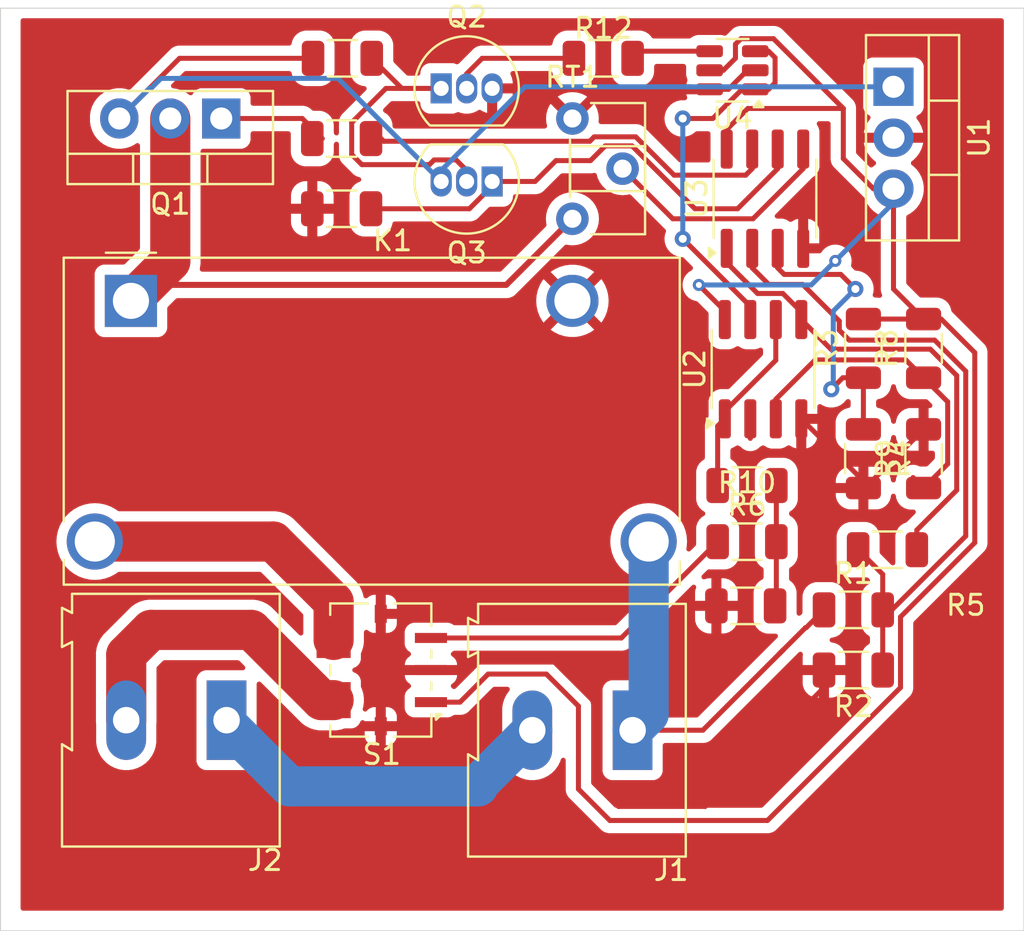
<source format=kicad_pcb>
(kicad_pcb (version 20240108) (generator "pcbnew") (generator_version "8.0")
  (title_block (title "Template") (date "2022-04-19") (rev "V0") (company "E-Agle TRT"))
  (layers (0 "F.Cu" signal) (31 "B.Cu" signal) (34 "B.Paste" user) (35 "F.Paste" user) (36 "B.SilkS" user "B.Silkscreen") (37 "F.SilkS" user "F.Silkscreen") (38 "B.Mask" user) (39 "F.Mask" user) (44 "Edge.Cuts" user))
  (net 0 "")
  (net 1 "relé_bobina")
  (net 2 "GND")
  (net 3 "+5V")
  (net 4 "VMonitor")
  (net 5 "Net-(U2B-+)")
  (net 6 "VoSensore")
  (net 7 "Net-(U2A--)")
  (net 8 "Net-(U2A-+)")
  (net 9 "Net-(U2B--)")
  (net 10 "Net-(Q1-G)")
  (net 11 "Net-(Q2-B)")
  (net 12 "Net-(Q2-C)")
  (net 13 "Net-(Q3-C)")
  (net 14 "Shutdown")
  (net 15 "Net-(R14-Pad2)")
  (net 16 "Net-(S1-IP+)")
  (net 17 "Net-(U3A--)")
  (net 18 "Net-(U3A-+)")
  (net 19 "Net-(U3B-+)")
  (net 20 "Net-(U4-D)")
  (net 21 "Load")
  (net 22 "Power")
  (net 23 "Net-(J1-Pin_2)")
  (footprint "Resistor_SMD:R_1206_3216Metric" (layer "F.Cu") (at 169.2 81.6)
    (property "Reference" "R6" (at 0 -1.82 360) (layer "F.SilkS"))
    (property "Value" "R_US")
    (fp_line (start -0.727064 -0.91) (end 0.727064 -0.91) (stroke (width 0.12)) (layer "F.SilkS"))
    (fp_line (start -0.727064 0.91) (end 0.727064 0.91) (stroke (width 0.12)) (layer "F.SilkS"))
    (pad "1" smd roundrect (at -1.4625 0) (size 1.125 1.75) (layers "F.Cu" "F.Paste" "F.Mask") (roundrect_rratio 0.222222) (net 6 "VoSensore"))
    (pad "2" smd roundrect (at 1.4625 0) (size 1.125 1.75) (layers "F.Cu" "F.Paste" "F.Mask") (roundrect_rratio 0.222222) (net 7 "Net-(U2A--)"))
  )
  (footprint "Package_TO_SOT_THT:TO-92_Inline" (layer "F.Cu") (at 156.5 63.64 180)
    (property "Reference" "Q3" (at 1.27 -3.56 0) (layer "F.SilkS"))
    (property "Value" "BC327" (hide yes))
    (fp_line (start -0.53 1.85) (end 3.07 1.85) (stroke (width 0.12)) (layer "F.SilkS"))
    (fp_arc (start 1.27 -2.6) (mid 3.672087 -0.994977) (end 3.108478 1.838478) (stroke (width 0.12)) (layer "F.SilkS"))
    (fp_arc (start -0.568478 1.838478) (mid -1.132087 -0.994977) (end 1.27 -2.6) (stroke (width 0.12)) (layer "F.SilkS"))
    (pad "1" thru_hole rect (at 0 0 180) (size 1.05 1.5) (drill 0.75) (layers "*.Cu" "*.Mask") (net 13 "Net-(Q3-C)"))
    (pad "2" thru_hole oval (at 1.27 0 180) (size 1.05 1.5) (drill 0.75) (layers "*.Cu" "*.Mask") (net 12 "Net-(Q2-C)"))
    (pad "3" thru_hole oval (at 2.54 0 180) (size 1.05 1.5) (drill 0.75) (layers "*.Cu" "*.Mask") (net 4 "VMonitor"))
  )
  (footprint "Resistor_SMD:R_1206_3216Metric" (layer "F.Cu") (at 169.2 78.8 180)
    (property "Reference" "R10" (at 0 0.1425 360) (layer "F.SilkS"))
    (property "Value" "R_US")
    (fp_line (start -0.727064 0.91) (end 0.727064 0.91) (stroke (width 0.12)) (layer "F.SilkS"))
    (fp_line (start -0.727064 -0.91) (end 0.727064 -0.91) (stroke (width 0.12)) (layer "F.SilkS"))
    (pad "1" smd roundrect (at -1.4625 0 180) (size 1.125 1.75) (layers "F.Cu" "F.Paste" "F.Mask") (roundrect_rratio 0.222222) (net 7 "Net-(U2A--)"))
    (pad "2" smd roundrect (at 1.4625 0 180) (size 1.125 1.75) (layers "F.Cu" "F.Paste" "F.Mask") (roundrect_rratio 0.222222) (net 9 "Net-(U2B--)"))
  )
  (footprint "Resistor_SMD:R_1206_3216Metric" (layer "F.Cu") (at 175 71.9625 90)
    (property "Reference" "R3" (at 0 -1.82 90) (layer "F.SilkS"))
    (property "Value" "R_US")
    (fp_line (start -0.727064 -0.91) (end 0.727064 -0.91) (stroke (width 0.12)) (layer "F.SilkS"))
    (fp_line (start -0.727064 0.91) (end 0.727064 0.91) (stroke (width 0.12)) (layer "F.SilkS"))
    (pad "1" smd roundrect (at -1.4625 0 90) (size 1.125 1.75) (layers "F.Cu" "F.Paste" "F.Mask") (roundrect_rratio 0.222222) (net 18 "Net-(U3A-+)"))
    (pad "2" smd roundrect (at 1.4625 0 90) (size 1.125 1.75) (layers "F.Cu" "F.Paste" "F.Mask") (roundrect_rratio 0.222222) (net 3 "+5V"))
  )
  (footprint "Relay_THT:Relay_SPST_Panasonic_ALFG_FormA_CircularHoles" (layer "F.Cu") (at 138.5 69.5925)
    (property "Reference" "K1" (at 13.0375 -3 0) (layer "F.SilkS"))
    (property "Value" "Panasonic_ALFG2PF091")
    (fp_line (start -3.35 -2.15) (end -3.35 11) (stroke (width 0.12)) (layer "F.SilkS"))
    (fp_line (start -3.35 14.15) (end -3.35 12.9) (stroke (width 0.12)) (layer "F.SilkS"))
    (fp_line (start -3.35 14.15) (end 27.35 14.15) (stroke (width 0.12)) (layer "F.SilkS"))
    (fp_line (start -1.25 -2.4) (end 1.25 -2.4) (stroke (width 0.12)) (layer "F.SilkS"))
    (fp_line (start 27.35 -2.15) (end -3.35 -2.15) (stroke (width 0.12)) (layer "F.SilkS"))
    (fp_line (start 27.35 11) (end 27.35 -2.15) (stroke (width 0.12)) (layer "F.SilkS"))
    (fp_line (start 27.35 14.15) (end 27.35 13) (stroke (width 0.12)) (layer "F.SilkS"))
    (pad "11" thru_hole circle (at -1.8 12) (size 2.8 2.8) (drill 2) (layers "*.Cu" "*.Mask") (net 16 "Net-(S1-IP+)"))
    (pad "14" thru_hole circle (at 25.8 12) (size 2.8 2.8) (drill 2) (layers "*.Cu" "*.Mask") (net 22 "Power"))
    (pad "A1" thru_hole rect (at 0 0) (size 2.6 2.6) (drill 1.8) (layers "*.Cu" "*.Mask") (net 1 "relé_bobina"))
    (pad "A2" thru_hole circle (at 22 0) (size 2.6 2.6) (drill 1.8) (layers "*.Cu" "*.Mask") (net 2 "GND"))
  )
  (footprint "Resistor_SMD:R_1206_3216Metric" (layer "F.Cu") (at 174.5 88 180)
    (property "Reference" "R2" (at 0 -1.82 0) (layer "F.SilkS"))
    (property "Value" "R_US")
    (fp_line (start -0.727064 0.91) (end 0.727064 0.91) (stroke (width 0.12)) (layer "F.SilkS"))
    (fp_line (start -0.727064 -0.91) (end 0.727064 -0.91) (stroke (width 0.12)) (layer "F.SilkS"))
    (pad "1" smd roundrect (at -1.4625 0 180) (size 1.125 1.75) (layers "F.Cu" "F.Paste" "F.Mask") (roundrect_rratio 0.222222) (net 17 "Net-(U3A--)"))
    (pad "2" smd roundrect (at 1.4625 0 180) (size 1.125 1.75) (layers "F.Cu" "F.Paste" "F.Mask") (roundrect_rratio 0.222222) (net 2 "GND"))
  )
  (footprint "Package_TO_SOT_THT:TO-220-3_Vertical" (layer "F.Cu") (at 143 60.5 180)
    (property "Reference" "Q1" (at 2.54 -4.27 0) (layer "F.SilkS"))
    (property "Value" "IRF9540N")
    (fp_line (start 7.66 -3.27) (end 7.66 1.371) (stroke (width 0.12)) (layer "F.SilkS"))
    (fp_line (start 4.391 -3.27) (end 4.391 -1.76) (stroke (width 0.12)) (layer "F.SilkS"))
    (fp_line (start 0.69 -3.27) (end 0.69 -1.76) (stroke (width 0.12)) (layer "F.SilkS"))
    (fp_line (start -2.58 1.371) (end 7.66 1.371) (stroke (width 0.12)) (layer "F.SilkS"))
    (fp_line (start -2.58 -1.76) (end 7.66 -1.76) (stroke (width 0.12)) (layer "F.SilkS"))
    (fp_line (start -2.58 -3.27) (end 7.66 -3.27) (stroke (width 0.12)) (layer "F.SilkS"))
    (fp_line (start -2.58 -3.27) (end -2.58 1.371) (stroke (width 0.12)) (layer "F.SilkS"))
    (pad "1" thru_hole rect (at 0 0 180) (size 1.905 2) (drill 1.1) (layers "*.Cu" "*.Mask") (net 10 "Net-(Q1-G)"))
    (pad "2" thru_hole oval (at 2.54 0 180) (size 1.905 2) (drill 1.1) (layers "*.Cu" "*.Mask") (net 1 "relé_bobina"))
    (pad "3" thru_hole oval (at 5.08 0 180) (size 1.905 2) (drill 1.1) (layers "*.Cu" "*.Mask") (net 4 "VMonitor"))
  )
  (footprint "Resistor_SMD:R_1206_3216Metric" (layer "F.Cu") (at 175 77.4625 -90)
    (property "Reference" "R4" (at 0 -1.82 90) (layer "F.SilkS"))
    (property "Value" "R_US")
    (fp_line (start -0.727064 0.91) (end 0.727064 0.91) (stroke (width 0.12)) (layer "F.SilkS"))
    (fp_line (start -0.727064 -0.91) (end 0.727064 -0.91) (stroke (width 0.12)) (layer "F.SilkS"))
    (pad "1" smd roundrect (at -1.4625 0 270) (size 1.125 1.75) (layers "F.Cu" "F.Paste" "F.Mask") (roundrect_rratio 0.222222) (net 18 "Net-(U3A-+)"))
    (pad "2" smd roundrect (at 1.4625 0 270) (size 1.125 1.75) (layers "F.Cu" "F.Paste" "F.Mask") (roundrect_rratio 0.222222) (net 2 "GND"))
  )
  (footprint "Resistor_SMD:R_1206_3216Metric" (layer "F.Cu") (at 149 65 180)
    (property "Reference" "R13" (hide yes))
    (property "Value" "10k" (hide yes))
    (fp_line (start -0.727064 0.91) (end 0.727064 0.91) (stroke (width 0.12)) (layer "F.SilkS"))
    (fp_line (start -0.727064 -0.91) (end 0.727064 -0.91) (stroke (width 0.12)) (layer "F.SilkS"))
    (pad "1" smd roundrect (at -1.4625 0 180) (size 1.125 1.75) (layers "F.Cu" "F.Paste" "F.Mask") (roundrect_rratio 0.222222) (net 13 "Net-(Q3-C)"))
    (pad "2" smd roundrect (at 1.4625 0 180) (size 1.125 1.75) (layers "F.Cu" "F.Paste" "F.Mask") (roundrect_rratio 0.222222) (net 2 "GND"))
  )
  (footprint "Resistor_SMD:R_1206_3216Metric" (layer "F.Cu") (at 174.5 85)
    (property "Reference" "R1" (at 0 -1.82 0) (layer "F.SilkS"))
    (property "Value" "R_US")
    (fp_line (start -0.727064 -0.91) (end 0.727064 -0.91) (stroke (width 0.12)) (layer "F.SilkS"))
    (fp_line (start -0.727064 0.91) (end 0.727064 0.91) (stroke (width 0.12)) (layer "F.SilkS"))
    (pad "1" smd roundrect (at -1.4625 0) (size 1.125 1.75) (layers "F.Cu" "F.Paste" "F.Mask") (roundrect_rratio 0.222222) (net 22 "Power"))
    (pad "2" smd roundrect (at 1.4625 0) (size 1.125 1.75) (layers "F.Cu" "F.Paste" "F.Mask") (roundrect_rratio 0.222222) (net 17 "Net-(U3A--)"))
  )
  (footprint "Sensor_Current:Allegro_PSOF-7_4.8x6.4mm_P1.60mm" (layer "F.Cu") (at 151 88 180)
    (property "Reference" "S1" (at 0 -4.2 0) (layer "F.SilkS"))
    (property "Value" "ACS780xLRTR-050B")
    (fp_line (start 2.57 3.32) (end 2.57 2.75) (stroke (width 0.12)) (layer "F.SilkS"))
    (fp_line (start 2.57 3.32) (end 0.7 3.32) (stroke (width 0.12)) (layer "F.SilkS"))
    (fp_line (start 2.57 0.25) (end 2.57 -0.25) (stroke (width 0.12)) (layer "F.SilkS"))
    (fp_line (start 2.57 -3.32) (end 2.57 -2.75) (stroke (width 0.12)) (layer "F.SilkS"))
    (fp_line (start 2.57 -3.32) (end 0.7 -3.32) (stroke (width 0.12)) (layer "F.SilkS"))
    (fp_line (start -0.6 3.32) (end -2.47 3.32) (stroke (width 0.12)) (layer "F.SilkS"))
    (fp_line (start -0.6 -3.32) (end -2.47 -3.32) (stroke (width 0.12)) (layer "F.SilkS"))
    (fp_line (start -2.47 3.32) (end -2.47 2.2) (stroke (width 0.12)) (layer "F.SilkS"))
    (fp_line (start -2.47 0.6) (end -2.47 1) (stroke (width 0.12)) (layer "F.SilkS"))
    (fp_line (start -2.47 -0.6) (end -2.47 -1) (stroke (width 0.12)) (layer "F.SilkS"))
    (fp_line (start -2.47 -3.32) (end -2.47 -2.2) (stroke (width 0.12)) (layer "F.SilkS"))
    (fp_poly (pts (xy -2.7 -2.2) (xy -2.98 -2.2) (xy -2.7 -2.48) (xy -2.7 -2.2)) (stroke (width 0.12)) (fill solid) (layer "F.SilkS"))
    (pad "1" smd rect (at -2.45 -1.6 180) (size 1.6 0.5) (layers "F.Cu" "F.Paste" "F.Mask") (net 3 "+5V"))
    (pad "2" smd rect (at -2.45 0 180) (size 1.6 0.5) (layers "F.Cu" "F.Paste" "F.Mask") (net 2 "GND"))
    (pad "3" smd rect (at -2.45 1.6 180) (size 1.6 0.5) (layers "F.Cu" "F.Paste" "F.Mask") (net 6 "VoSensore"))
    (pad "4" smd rect (at 0.05 2.8 180) (size 0.6 0.9) (layers "F.Cu" "F.Paste" "F.Mask") (net 2 "GND"))
    (pad "5" smd rect (at 2.4 1.5 180) (size 1.7 1.8) (layers "F.Cu" "F.Paste" "F.Mask") (net 16 "Net-(S1-IP+)"))
    (pad "6" smd rect (at 2.4 -1.5 180) (size 1.7 1.8) (layers "F.Cu" "F.Paste" "F.Mask") (net 21 "Load"))
    (pad "7" smd rect (at 0.05 -2.8 180) (size 0.6 0.9) (layers "F.Cu" "F.Paste" "F.Mask") (net 2 "GND"))
  )
  (footprint "TerminalBlock:TerminalBlock_Altech_AK300-2_P5.00mm" (layer "F.Cu") (at 163.5 91 180)
    (property "Reference" "J1" (at -1.92 -6.99 0) (layer "F.SilkS"))
    (property "Value" "~")
    (fp_line (start 8.2 5.6) (end 8.2 3.7) (stroke (width 0.12)) (layer "F.SilkS"))
    (fp_line (start 8.2 3.7) (end 8.2 3.65) (stroke (width 0.12)) (layer "F.SilkS"))
    (fp_line (start 8.2 3.65) (end 7.7 3.9) (stroke (width 0.12)) (layer "F.SilkS"))
    (fp_line (start 8.2 -1.2) (end 8.2 -6.3) (stroke (width 0.12)) (layer "F.SilkS"))
    (fp_line (start 8.2 -6.3) (end -2.65 -6.3) (stroke (width 0.12)) (layer "F.SilkS"))
    (fp_line (start 7.7 6.3) (end 7.7 5.35) (stroke (width 0.12)) (layer "F.SilkS"))
    (fp_line (start 7.7 5.35) (end 8.2 5.6) (stroke (width 0.12)) (layer "F.SilkS"))
    (fp_line (start 7.7 3.9) (end 7.7 -1.5) (stroke (width 0.12)) (layer "F.SilkS"))
    (fp_line (start 7.7 -1.5) (end 8.2 -1.2) (stroke (width 0.12)) (layer "F.SilkS"))
    (fp_line (start -2.65 6.3) (end 7.7 6.3) (stroke (width 0.12)) (layer "F.SilkS"))
    (fp_line (start -2.65 -6.3) (end -2.65 6.3) (stroke (width 0.12)) (layer "F.SilkS"))
    (pad "1" thru_hole rect (at 0 0 180) (size 1.98 3.96) (drill 1.32) (layers "*.Cu" "*.Mask") (net 22 "Power"))
    (pad "2" thru_hole oval (at 5 0 180) (size 1.98 3.96) (drill 1.32) (layers "*.Cu" "*.Mask") (net 23 "Net-(J1-Pin_2)"))
  )
  (footprint "Package_TO_SOT_SMD:SOT-23-6" (layer "F.Cu") (at 168.475 58.095 180)
    (property "Reference" "U4" (at 0 -2.4 0) (layer "F.SilkS"))
    (property "Value" "74LVC1G373")
    (fp_line (start 0 1.56) (end 0.8 1.56) (stroke (width 0.12)) (layer "F.SilkS"))
    (fp_line (start 0 1.56) (end -0.8 1.56) (stroke (width 0.12)) (layer "F.SilkS"))
    (fp_line (start 0 -1.56) (end 0.8 -1.56) (stroke (width 0.12)) (layer "F.SilkS"))
    (fp_line (start 0 -1.56) (end -0.8 -1.56) (stroke (width 0.12)) (layer "F.SilkS"))
    (fp_poly (pts (xy -1.3 -1.51) (xy -1.54 -1.84) (xy -1.06 -1.84) (xy -1.3 -1.51)) (stroke (width 0.12)) (fill solid) (layer "F.SilkS"))
    (pad "1" smd roundrect (at -1.1375 -0.95 180) (size 1.325 0.6) (layers "F.Cu" "F.Paste" "F.Mask") (net 20 "Net-(U4-D)"))
    (pad "2" smd roundrect (at -1.1375 0 180) (size 1.325 0.6) (layers "F.Cu" "F.Paste" "F.Mask") (net 2 "GND"))
    (pad "3" smd roundrect (at -1.1375 0.95 180) (size 1.325 0.6) (layers "F.Cu" "F.Paste" "F.Mask") (net 20 "Net-(U4-D)"))
    (pad "4" smd roundrect (at 1.1375 0.95 180) (size 1.325 0.6) (layers "F.Cu" "F.Paste" "F.Mask") (net 14 "Shutdown"))
    (pad "5" smd roundrect (at 1.1375 0 180) (size 1.325 0.6) (layers "F.Cu" "F.Paste" "F.Mask") (net 3 "+5V"))
    (pad "6" smd roundrect (at 1.1375 -0.95 180) (size 1.325 0.6) (layers "F.Cu" "F.Paste" "F.Mask") (net 2 "GND"))
  )
  (footprint "Resistor_SMD:R_1206_3216Metric" (layer "F.Cu") (at 149 61.5)
    (property "Reference" "R14" (hide yes))
    (property "Value" "10k" (hide yes))
    (fp_line (start -0.727064 -0.91) (end 0.727064 -0.91) (stroke (width 0.12)) (layer "F.SilkS"))
    (fp_line (start -0.727064 0.91) (end 0.727064 0.91) (stroke (width 0.12)) (layer "F.SilkS"))
    (pad "1" smd roundrect (at -1.4625 0) (size 1.125 1.75) (layers "F.Cu" "F.Paste" "F.Mask") (roundrect_rratio 0.222222) (net 10 "Net-(Q1-G)"))
    (pad "2" smd roundrect (at 1.4625 0) (size 1.125 1.75) (layers "F.Cu" "F.Paste" "F.Mask") (roundrect_rratio 0.222222) (net 15 "Net-(R14-Pad2)"))
  )
  (footprint "Resistor_SMD:R_1206_3216Metric" (layer "F.Cu") (at 162.0375 57.5)
    (property "Reference" "R12" (at 0 -1.5 0) (layer "F.SilkS"))
    (property "Value" "10k")
    (fp_line (start -0.727064 -0.91) (end 0.727064 -0.91) (stroke (width 0.12)) (layer "F.SilkS"))
    (fp_line (start -0.727064 0.91) (end 0.727064 0.91) (stroke (width 0.12)) (layer "F.SilkS"))
    (pad "1" smd roundrect (at -1.4625 0) (size 1.125 1.75) (layers "F.Cu" "F.Paste" "F.Mask") (roundrect_rratio 0.222222) (net 11 "Net-(Q2-B)"))
    (pad "2" smd roundrect (at 1.4625 0) (size 1.125 1.75) (layers "F.Cu" "F.Paste" "F.Mask") (roundrect_rratio 0.222222) (net 14 "Shutdown"))
  )
  (footprint "Resistor_SMD:R_1206_3216Metric" (layer "F.Cu") (at 149.0375 57.5 180)
    (property "Reference" "R11" (hide yes))
    (property "Value" "10k" (hide yes))
    (fp_line (start -0.727064 0.91) (end 0.727064 0.91) (stroke (width 0.12)) (layer "F.SilkS"))
    (fp_line (start -0.727064 -0.91) (end 0.727064 -0.91) (stroke (width 0.12)) (layer "F.SilkS"))
    (pad "1" smd roundrect (at -1.4625 0 180) (size 1.125 1.75) (layers "F.Cu" "F.Paste" "F.Mask") (roundrect_rratio 0.222222) (net 12 "Net-(Q2-C)"))
    (pad "2" smd roundrect (at 1.4625 0 180) (size 1.125 1.75) (layers "F.Cu" "F.Paste" "F.Mask") (roundrect_rratio 0.222222) (net 4 "VMonitor"))
  )
  (footprint "Package_TO_SOT_THT:TO-220-3_Vertical" (layer "F.Cu") (at 176.5 58.92 -90)
    (property "Reference" "U1" (at 2.54 -4.27 90) (layer "F.SilkS"))
    (property "Value" "LM7805_TO220")
    (fp_line (start -2.58 1.371) (end 7.66 1.371) (stroke (width 0.12)) (layer "F.SilkS"))
    (fp_line (start -2.58 -1.76) (end 7.66 -1.76) (stroke (width 0.12)) (layer "F.SilkS"))
    (fp_line (start -2.58 -3.27) (end -2.58 1.371) (stroke (width 0.12)) (layer "F.SilkS"))
    (fp_line (start -2.58 -3.27) (end 7.66 -3.27) (stroke (width 0.12)) (layer "F.SilkS"))
    (fp_line (start 0.69 -3.27) (end 0.69 -1.76) (stroke (width 0.12)) (layer "F.SilkS"))
    (fp_line (start 4.391 -3.27) (end 4.391 -1.76) (stroke (width 0.12)) (layer "F.SilkS"))
    (fp_line (start 7.66 -3.27) (end 7.66 1.371) (stroke (width 0.12)) (layer "F.SilkS"))
    (pad "1" thru_hole rect (at 0 0 270) (size 1.905 2) (drill 1.1) (layers "*.Cu" "*.Mask") (net 4 "VMonitor"))
    (pad "2" thru_hole oval (at 2.54 0 270) (size 1.905 2) (drill 1.1) (layers "*.Cu" "*.Mask") (net 2 "GND"))
    (pad "3" thru_hole oval (at 5.08 0 270) (size 1.905 2) (drill 1.1) (layers "*.Cu" "*.Mask") (net 3 "+5V"))
  )
  (footprint "Resistor_SMD:R_1206_3216Metric" (layer "F.Cu") (at 176.2 82)
    (property "Reference" "R5" (at 3.9 2.76875 360) (layer "F.SilkS"))
    (property "Value" "R_US")
    (fp_line (start -0.727064 -0.91) (end 0.727064 -0.91) (stroke (width 0.12)) (layer "F.SilkS"))
    (fp_line (start -0.727064 0.91) (end 0.727064 0.91) (stroke (width 0.12)) (layer "F.SilkS"))
    (pad "1" smd roundrect (at -1.4625 0) (size 1.125 1.75) (layers "F.Cu" "F.Paste" "F.Mask") (roundrect_rratio 0.222222) (net 17 "Net-(U3A--)"))
    (pad "2" smd roundrect (at 1.4625 0) (size 1.125 1.75) (layers "F.Cu" "F.Paste" "F.Mask") (roundrect_rratio 0.222222) (net 5 "Net-(U2B-+)"))
  )
  (footprint "Package_SO:SOIC-8_3.9x4.9mm_P1.27mm" (layer "F.Cu") (at 170 73 90)
    (property "Reference" "U2" (at 0 -3.4 90) (layer "F.SilkS"))
    (property "Value" "OP275" (hide yes))
    (fp_line (start 0 -2.56) (end 1.95 -2.56) (stroke (width 0.12)) (layer "F.SilkS"))
    (fp_line (start 0 -2.56) (end -1.95 -2.56) (stroke (width 0.12)) (layer "F.SilkS"))
    (fp_line (start 0 2.56) (end 1.95 2.56) (stroke (width 0.12)) (layer "F.SilkS"))
    (fp_line (start 0 2.56) (end -1.95 2.56) (stroke (width 0.12)) (layer "F.SilkS"))
    (fp_poly (pts (xy -2.7 -2.465) (xy -2.94 -2.795) (xy -2.46 -2.795) (xy -2.7 -2.465)) (stroke (width 0.12)) (fill solid) (layer "F.SilkS"))
    (pad "1" smd roundrect (at -2.475 -1.905 90) (size 1.95 0.6) (layers "F.Cu" "F.Paste" "F.Mask") (net 9 "Net-(U2B--)"))
    (pad "2" smd roundrect (at -2.475 -0.635 90) (size 1.95 0.6) (layers "F.Cu" "F.Paste" "F.Mask") (net 7 "Net-(U2A--)"))
    (pad "3" smd roundrect (at -2.475 0.635 90) (size 1.95 0.6) (layers "F.Cu" "F.Paste" "F.Mask") (net 8 "Net-(U2A-+)"))
    (pad "4" smd roundrect (at -2.475 1.905 90) (size 1.95 0.6) (layers "F.Cu" "F.Paste" "F.Mask") (net 2 "GND"))
    (pad "5" smd roundrect (at 2.475 1.905 90) (size 1.95 0.6) (layers "F.Cu" "F.Paste" "F.Mask") (net 5 "Net-(U2B-+)"))
    (pad "6" smd roundrect (at 2.475 0.635 90) (size 1.95 0.6) (layers "F.Cu" "F.Paste" "F.Mask") (net 9 "Net-(U2B--)"))
    (pad "7" smd roundrect (at 2.475 -0.635 90) (size 1.95 0.6) (layers "F.Cu" "F.Paste" "F.Mask") (net 20 "Net-(U4-D)"))
    (pad "8" smd roundrect (at 2.475 -1.905 90) (size 1.95 0.6) (layers "F.Cu" "F.Paste" "F.Mask") (net 3 "+5V"))
  )
  (footprint "Package_TO_SOT_THT:TO-92_Inline" (layer "F.Cu") (at 153.96 59)
    (property "Reference" "Q2" (at 1.27 -3.56 0) (layer "F.SilkS"))
    (property "Value" "BC337" (hide yes))
    (fp_line (start -0.53 1.85) (end 3.07 1.85) (stroke (width 0.12)) (layer "F.SilkS"))
    (fp_arc (start -0.568478 1.838478) (mid -1.132087 -0.994977) (end 1.27 -2.6) (stroke (width 0.12)) (layer "F.SilkS"))
    (fp_arc (start 1.27 -2.6) (mid 3.672087 -0.994977) (end 3.108478 1.838478) (stroke (width 0.12)) (layer "F.SilkS"))
    (pad "1" thru_hole rect (at 0 0) (size 1.05 1.5) (drill 0.75) (layers "*.Cu" "*.Mask") (net 12 "Net-(Q2-C)"))
    (pad "2" thru_hole oval (at 1.27 0) (size 1.05 1.5) (drill 0.75) (layers "*.Cu" "*.Mask") (net 11 "Net-(Q2-B)"))
    (pad "3" thru_hole oval (at 2.54 0) (size 1.05 1.5) (drill 0.75) (layers "*.Cu" "*.Mask") (net 2 "GND"))
  )
  (footprint "Resistor_SMD:R_1206_3216Metric" (layer "F.Cu") (at 178 71.9625 90)
    (property "Reference" "R8" (at 0 -1.82 90) (layer "F.SilkS"))
    (property "Value" "R_US")
    (fp_line (start -0.727064 -0.91) (end 0.727064 -0.91) (stroke (width 0.12)) (layer "F.SilkS"))
    (fp_line (start -0.727064 0.91) (end 0.727064 0.91) (stroke (width 0.12)) (layer "F.SilkS"))
    (pad "1" smd roundrect (at -1.4625 0 90) (size 1.125 1.75) (layers "F.Cu" "F.Paste" "F.Mask") (roundrect_rratio 0.222222) (net 8 "Net-(U2A-+)"))
    (pad "2" smd roundrect (at 1.4625 0 90) (size 1.125 1.75) (layers "F.Cu" "F.Paste" "F.Mask") (roundrect_rratio 0.222222) (net 3 "+5V"))
  )
  (footprint "Resistor_SMD:R_1206_3216Metric" (layer "F.Cu") (at 178 77.4625 90)
    (property "Reference" "R9" (at 0 -1.82 90) (layer "F.SilkS"))
    (property "Value" "R_US")
    (fp_line (start -0.727064 -0.91) (end 0.727064 -0.91) (stroke (width 0.12)) (layer "F.SilkS"))
    (fp_line (start -0.727064 0.91) (end 0.727064 0.91) (stroke (width 0.12)) (layer "F.SilkS"))
    (pad "1" smd roundrect (at -1.4625 0 90) (size 1.125 1.75) (layers "F.Cu" "F.Paste" "F.Mask") (roundrect_rratio 0.222222) (net 8 "Net-(U2A-+)"))
    (pad "2" smd roundrect (at 1.4625 0 90) (size 1.125 1.75) (layers "F.Cu" "F.Paste" "F.Mask") (roundrect_rratio 0.222222) (net 2 "GND"))
  )
  (footprint "TerminalBlock:TerminalBlock_Altech_AK300-2_P5.00mm" (layer "F.Cu") (at 143.265 90.5 180)
    (property "Reference" "J2" (at -1.92 -6.99 0) (layer "F.SilkS"))
    (property "Value" "~")
    (fp_line (start 8.2 5.6) (end 8.2 3.7) (stroke (width 0.12)) (layer "F.SilkS"))
    (fp_line (start 8.2 3.7) (end 8.2 3.65) (stroke (width 0.12)) (layer "F.SilkS"))
    (fp_line (start 8.2 3.65) (end 7.7 3.9) (stroke (width 0.12)) (layer "F.SilkS"))
    (fp_line (start 8.2 -1.2) (end 8.2 -6.3) (stroke (width 0.12)) (layer "F.SilkS"))
    (fp_line (start 8.2 -6.3) (end -2.65 -6.3) (stroke (width 0.12)) (layer "F.SilkS"))
    (fp_line (start 7.7 6.3) (end 7.7 5.35) (stroke (width 0.12)) (layer "F.SilkS"))
    (fp_line (start 7.7 5.35) (end 8.2 5.6) (stroke (width 0.12)) (layer "F.SilkS"))
    (fp_line (start 7.7 3.9) (end 7.7 -1.5) (stroke (width 0.12)) (layer "F.SilkS"))
    (fp_line (start 7.7 -1.5) (end 8.2 -1.2) (stroke (width 0.12)) (layer "F.SilkS"))
    (fp_line (start -2.65 6.3) (end 7.7 6.3) (stroke (width 0.12)) (layer "F.SilkS"))
    (fp_line (start -2.65 -6.3) (end -2.65 6.3) (stroke (width 0.12)) (layer "F.SilkS"))
    (pad "1" thru_hole rect (at 0 0 180) (size 1.98 3.96) (drill 1.32) (layers "*.Cu" "*.Mask") (net 23 "Net-(J1-Pin_2)"))
    (pad "2" thru_hole oval (at 5 0 180) (size 1.98 3.96) (drill 1.32) (layers "*.Cu" "*.Mask") (net 21 "Load"))
  )
  (footprint "Package_SO:SOIC-8_3.9x4.9mm_P1.27mm" (layer "F.Cu") (at 170.095 64.5 90)
    (property "Reference" "U3" (at 0 -3.4 90) (layer "F.SilkS"))
    (property "Value" "OP275")
    (fp_line (start 0 -2.56) (end 1.95 -2.56) (stroke (width 0.12)) (layer "F.SilkS"))
    (fp_line (start 0 -2.56) (end -1.95 -2.56) (stroke (width 0.12)) (layer "F.SilkS"))
    (fp_line (start 0 2.56) (end 1.95 2.56) (stroke (width 0.12)) (layer "F.SilkS"))
    (fp_line (start 0 2.56) (end -1.95 2.56) (stroke (width 0.12)) (layer "F.SilkS"))
    (fp_poly (pts (xy -2.7 -2.465) (xy -2.94 -2.795) (xy -2.46 -2.795) (xy -2.7 -2.465)) (stroke (width 0.12)) (fill solid) (layer "F.SilkS"))
    (pad "1" smd roundrect (at -2.475 -1.905 90) (size 1.95 0.6) (layers "F.Cu" "F.Paste" "F.Mask") (net 5 "Net-(U2B-+)"))
    (pad "2" smd roundrect (at -2.475 -0.635 90) (size 1.95 0.6) (layers "F.Cu" "F.Paste" "F.Mask") (net 17 "Net-(U3A--)"))
    (pad "3" smd roundrect (at -2.475 0.635 90) (size 1.95 0.6) (layers "F.Cu" "F.Paste" "F.Mask") (net 18 "Net-(U3A-+)"))
    (pad "4" smd roundrect (at -2.475 1.905 90) (size 1.95 0.6) (layers "F.Cu" "F.Paste" "F.Mask") (net 2 "GND"))
    (pad "5" smd roundrect (at 2.475 1.905 90) (size 1.95 0.6) (layers "F.Cu" "F.Paste" "F.Mask") (net 19 "Net-(U3B-+)"))
    (pad "6" smd roundrect (at 2.475 0.635 90) (size 1.95 0.6) (layers "F.Cu" "F.Paste" "F.Mask") (net 13 "Net-(Q3-C)"))
    (pad "7" smd roundrect (at 2.475 -0.635 90) (size 1.95 0.6) (layers "F.Cu" "F.Paste" "F.Mask") (net 15 "Net-(R14-Pad2)"))
    (pad "8" smd roundrect (at 2.475 -1.905 90) (size 1.95 0.6) (layers "F.Cu" "F.Paste" "F.Mask") (net 3 "+5V"))
  )
  (footprint "Resistor_SMD:R_1206_3216Metric" (layer "F.Cu") (at 169.1375 84.8 180)
    (property "Reference" "R7" (hide yes))
    (property "Value" "R_US")
    (fp_line (start -0.727064 0.91) (end 0.727064 0.91) (stroke (width 0.12)) (layer "F.SilkS"))
    (fp_line (start -0.727064 -0.91) (end 0.727064 -0.91) (stroke (width 0.12)) (layer "F.SilkS"))
    (pad "1" smd roundrect (at -1.4625 0 180) (size 1.125 1.75) (layers "F.Cu" "F.Paste" "F.Mask") (roundrect_rratio 0.222222) (net 7 "Net-(U2A--)"))
    (pad "2" smd roundrect (at 1.4625 0 180) (size 1.125 1.75) (layers "F.Cu" "F.Paste" "F.Mask") (roundrect_rratio 0.222222) (net 2 "GND"))
  )
  (footprint "Potentiometer_THT:Potentiometer_ACP_CA6-H2,5_Horizontal" (layer "F.Cu") (at 160.5 60.5)
    (property "Reference" "RT1" (at 0 -2.06 0) (layer "F.SilkS"))
    (property "Value" "10k")
    (fp_line (start -0.121 1.066) (end -0.121 3.935) (stroke (width 0.12)) (layer "F.SilkS"))
    (fp_line (start -0.121 1.38) (end -0.121 3.62) (stroke (width 0.12)) (layer "F.SilkS"))
    (fp_line (start -0.121 1.38) (end 3.62 1.38) (stroke (width 0.12)) (layer "F.SilkS"))
    (fp_line (start -0.121 3.62) (end 3.62 3.62) (stroke (width 0.12)) (layer "F.SilkS"))
    (fp_line (start 0.925 -0.77) (end 3.62 -0.77) (stroke (width 0.12)) (layer "F.SilkS"))
    (fp_line (start 0.925 5.77) (end 3.62 5.77) (stroke (width 0.12)) (layer "F.SilkS"))
    (fp_line (start 3.62 -0.77) (end 3.62 5.77) (stroke (width 0.12)) (layer "F.SilkS"))
    (fp_line (start 3.62 1.38) (end 3.62 3.62) (stroke (width 0.12)) (layer "F.SilkS"))
    (pad "1" thru_hole circle (at 0 0) (size 1.62 1.62) (drill 0.9) (layers "*.Cu" "*.Mask") (net 2 "GND"))
    (pad "2" thru_hole circle (at 2.5 2.5) (size 1.62 1.62) (drill 0.9) (layers "*.Cu" "*.Mask") (net 19 "Net-(U3B-+)"))
    (pad "3" thru_hole circle (at 0 5) (size 1.62 1.62) (drill 0.9) (layers "*.Cu" "*.Mask") (net 1 "relé_bobina"))
  )
  (gr_rect (start 132 55) (end 183 101) (stroke (width 0.05)) (fill none) (layer "Edge.Cuts"))
  (segment (start 138.5 69.5925) (end 139.29625 68.79625) (width 0.3) (layer "F.Cu") (net 1))
  (segment (start 140.46 60.5) (end 140.46 67.6325) (width 2) (layer "F.Cu") (net 1))
  (segment (start 140.46 67.6325) (end 138.5 69.5925) (width 2) (layer "F.Cu") (net 1))
  (segment (start 157.20375 68.79625) (end 160.5 65.5) (width 0.3) (layer "F.Cu") (net 1))
  (segment (start 139.29625 68.79625) (end 157.20375 68.79625) (width 0.3) (layer "F.Cu") (net 1))
  (segment (start 155.45 87.95) (end 155.8 87.6) (width 0.25) (layer "F.Cu") (net 2))
  (segment (start 162.8 94.8) (end 167.1125 94.8) (width 0.25) (layer "F.Cu") (net 2))
  (segment (start 153.45 88) (end 153.5 87.95) (width 0.25) (layer "F.Cu") (net 2))
  (segment (start 173.0375 88.875) (end 173.0375 88) (width 0.25) (layer "F.Cu") (net 2))
  (segment (start 175.075 78.925) (end 175 78.925) (width 0.25) (layer "F.Cu") (net 2))
  (segment (start 167.3375 59.045) (end 168.274092 59.045) (width 0.25) (layer "F.Cu") (net 2))
  (segment (start 161.6 93.6) (end 162.8 94.8) (width 0.25) (layer "F.Cu") (net 2))
  (segment (start 175 78.57) (end 175 78.925) (width 0.25) (layer "F.Cu") (net 2))
  (segment (start 178 76) (end 175.075 78.925) (width 0.25) (layer "F.Cu") (net 2))
  (segment (start 169.224092 58.095) (end 169.6125 58.095) (width 0.25) (layer "F.Cu") (net 2))
  (segment (start 159.6 87.6) (end 161.6 89.6) (width 0.25) (layer "F.Cu") (net 2))
  (segment (start 167.1125 94.8) (end 173.0375 88.875) (width 0.25) (layer "F.Cu") (net 2))
  (segment (start 155.8 87.6) (end 159.6 87.6) (width 0.25) (layer "F.Cu") (net 2))
  (segment (start 161.6 89.6) (end 161.6 93.6) (width 0.25) (layer "F.Cu") (net 2))
  (segment (start 171.905 75.475) (end 175 78.57) (width 0.25) (layer "F.Cu") (net 2))
  (segment (start 168.274092 59.045) (end 169.224092 58.095) (width 0.25) (layer "F.Cu") (net 2))
  (segment (start 153.5 87.95) (end 155.45 87.95) (width 0.25) (layer "F.Cu") (net 2))
  (segment (start 168.095 70.095) (end 166.8 68.8) (width 0.25) (layer "F.Cu") (net 3))
  (segment (start 156.3 88.2) (end 159.2 88.2) (width 0.25) (layer "F.Cu") (net 3))
  (segment (start 176.5 69) (end 178 70.5) (width 0.25) (layer "F.Cu") (net 3))
  (segment (start 176.85 88.8701) (end 176.85 85.35) (width 0.25) (layer "F.Cu") (net 3))
  (segment (start 168.19 62.025) (end 168.19 61.050001) (width 0.25) (layer "F.Cu") (net 3))
  (segment (start 168.19 61.050001) (end 169.240001 60) (width 0.25) (layer "F.Cu") (net 3))
  (segment (start 168.899092 56.52) (end 170.52 56.52) (width 0.25) (layer "F.Cu") (net 3))
  (segment (start 159.2 88.2) (end 160.8 89.8) (width 0.25) (layer "F.Cu") (net 3))
  (segment (start 168.625 57.495908) (end 168.625 56.794092) (width 0.25) (layer "F.Cu") (net 3))
  (segment (start 170.52 56.52) (end 174 60) (width 0.25) (layer "F.Cu") (net 3))
  (segment (start 174 62.5) (end 175.5 64) (width 0.25) (layer "F.Cu") (net 3))
  (segment (start 174 60) (end 174 62.5) (width 0.25) (layer "F.Cu") (net 3))
  (segment (start 178.875 70.5) (end 178 70.5) (width 0.25) (layer "F.Cu") (net 3))
  (segment (start 153.45 89.6) (end 154.9 89.6) (width 0.25) (layer "F.Cu") (net 3))
  (segment (start 180.55 81.65) (end 180.55 72.175) (width 0.25) (layer "F.Cu") (net 3))
  (segment (start 176.5 64) (end 175.5 64) (width 0.25) (layer "F.Cu") (net 3))
  (segment (start 167.3375 58.095) (end 168.025908 58.095) (width 0.25) (layer "F.Cu") (net 3))
  (segment (start 168.025908 58.095) (end 168.625 57.495908) (width 0.25) (layer "F.Cu") (net 3))
  (segment (start 176.85 85.35) (end 180.55 81.65) (width 0.25) (layer "F.Cu") (net 3))
  (segment (start 162.363604 95.5) (end 170.2201 95.5) (width 0.25) (layer "F.Cu") (net 3))
  (segment (start 180.55 72.175) (end 178.875 70.5) (width 0.25) (layer "F.Cu") (net 3))
  (segment (start 160.8 93.936396) (end 162.363604 95.5) (width 0.25) (layer "F.Cu") (net 3))
  (segment (start 169.240001 60) (end 174 60) (width 0.25) (layer "F.Cu") (net 3))
  (segment (start 168.625 56.794092) (end 168.899092 56.52) (width 0.25) (layer "F.Cu") (net 3))
  (segment (start 154.9 89.6) (end 156.3 88.2) (width 0.25) (layer "F.Cu") (net 3))
  (segment (start 170.2201 95.5) (end 176.85 88.8701) (width 0.25) (layer "F.Cu") (net 3))
  (segment (start 168.095 70.525) (end 168.095 70.095) (width 0.25) (layer "F.Cu") (net 3))
  (segment (start 176.5 64) (end 176.5 69) (width 0.25) (layer "F.Cu") (net 3))
  (segment (start 178 70.5) (end 175 70.5) (width 0.25) (layer "F.Cu") (net 3))
  (segment (start 160.8 89.8) (end 160.8 93.936396) (width 0.25) (layer "F.Cu") (net 3))
  (via (at 166.8 68.8) (size 0.6) (drill 0.3) (layers "F.Cu" "B.Cu") (net 3))
  (via (at 173.6 67.6) (size 0.6) (drill 0.3) (layers "F.Cu" "B.Cu") (net 3))
  (segment (start 173.6 67.6) (end 176.5 64.7) (width 0.25) (layer "B.Cu") (net 3))
  (segment (start 176.5 64.7) (end 176.5 64) (width 0.25) (layer "B.Cu") (net 3))
  (segment (start 172.4 68.8) (end 173.6 67.6) (width 0.25) (layer "B.Cu") (net 3))
  (segment (start 166.8 68.8) (end 172.4 68.8) (width 0.25) (layer "B.Cu") (net 3))
  (segment (start 147.575 57.5) (end 140.92 57.5) (width 0.25) (layer "F.Cu") (net 4))
  (segment (start 140.92 57.5) (end 137.92 60.5) (width 0.25) (layer "F.Cu") (net 4))
  (segment (start 158.13 58.92) (end 153.96 63.09) (width 0.25) (layer "B.Cu") (net 4))
  (segment (start 140 58.5) (end 139.5 59) (width 0.25) (layer "B.Cu") (net 4))
  (segment (start 148.82 58.5) (end 140 58.5) (width 0.25) (layer "B.Cu") (net 4))
  (segment (start 176.5 58.92) (end 158.13 58.92) (width 0.25) (layer "B.Cu") (net 4))
  (segment (start 153.96 63.64) (end 148.82 58.5) (width 0.25) (layer "B.Cu") (net 4))
  (segment (start 139.5 59) (end 139.42 59) (width 0.25) (layer "B.Cu") (net 4))
  (segment (start 139.42 59) (end 137.92 60.5) (width 0.25) (layer "B.Cu") (net 4))
  (segment (start 153.96 63.09) (end 153.96 63.64) (width 0.25) (layer "B.Cu") (net 4))
  (segment (start 170.985908 69.225) (end 171.905 70.144092) (width 0.25) (layer "F.Cu") (net 5))
  (segment (start 179.65 73.3174) (end 178.3326 72) (width 0.25) (layer "F.Cu") (net 5))
  (segment (start 168.19 67.69) (end 169.725 69.225) (width 0.25) (layer "F.Cu") (net 5))
  (segment (start 173.38 72) (end 171.905 70.525) (width 0.25) (layer "F.Cu") (net 5))
  (segment (start 168.19 66.975) (end 168.19 67.69) (width 0.25) (layer "F.Cu") (net 5))
  (segment (start 177.6625 82) (end 177.6625 81.0201) (width 0.25) (layer "F.Cu") (net 5))
  (segment (start 179.65 79.0326) (end 179.65 73.3174) (width 0.25) (layer "F.Cu") (net 5))
  (segment (start 171.905 70.144092) (end 171.905 70.525) (width 0.25) (layer "F.Cu") (net 5))
  (segment (start 177.6625 81.0201) (end 179.65 79.0326) (width 0.25) (layer "F.Cu") (net 5))
  (segment (start 178.3326 72) (end 173.38 72) (width 0.25) (layer "F.Cu") (net 5))
  (segment (start 169.725 69.225) (end 170.985908 69.225) (width 0.25) (layer "F.Cu") (net 5))
  (segment (start 167.7375 81.6) (end 162.9375 86.4) (width 0.25) (layer "F.Cu") (net 6))
  (segment (start 162.9375 86.4) (end 153.45 86.4) (width 0.25) (layer "F.Cu") (net 6))
  (segment (start 167.7375 81.6) (end 167.6 81.6) (width 0.25) (layer "F.Cu") (net 6))
  (segment (start 169.365 75.475) (end 169.365 76.449999) (width 0.25) (layer "F.Cu") (net 7))
  (segment (start 170.6625 84.7375) (end 170.6 84.8) (width 0.25) (layer "F.Cu") (net 7))
  (segment (start 170.6625 81.6) (end 170.6625 84.7375) (width 0.25) (layer "F.Cu") (net 7))
  (segment (start 170.6625 78.8) (end 170.6625 81.6) (width 0.25) (layer "F.Cu") (net 7))
  (segment (start 172.597501 72.5375) (end 170.635 74.500001) (width 0.25) (layer "F.Cu") (net 8))
  (segment (start 179.2 74.625) (end 178 73.425) (width 0.25) (layer "F.Cu") (net 8))
  (segment (start 179.2 77.725) (end 179.2 74.625) (width 0.25) (layer "F.Cu") (net 8))
  (segment (start 170.635 74.500001) (end 170.635 75.475) (width 0.25) (layer "F.Cu") (net 8))
  (segment (start 178 73.425) (end 177.1125 72.5375) (width 0.25) (layer "F.Cu") (net 8))
  (segment (start 177.1125 72.5375) (end 172.597501 72.5375) (width 0.25) (layer "F.Cu") (net 8))
  (segment (start 178 78.925) (end 179.2 77.725) (width 0.25) (layer "F.Cu") (net 8))
  (segment (start 177.475 78.4) (end 178 78.925) (width 0.25) (layer "F.Cu") (net 8))
  (segment (start 170.635 72.554092) (end 168.095 75.094092) (width 0.25) (layer "F.Cu") (net 9))
  (segment (start 168.095 75.094092) (end 168.095 75.475) (width 0.25) (layer "F.Cu") (net 9))
  (segment (start 167.7375 78.8) (end 167.7375 75.8325) (width 0.25) (layer "F.Cu") (net 9))
  (segment (start 170.635 70.525) (end 170.635 72.554092) (width 0.25) (layer "F.Cu") (net 9))
  (segment (start 167.7375 75.8325) (end 168.095 75.475) (width 0.25) (layer "F.Cu") (net 9))
  (segment (start 148.0375 61.5) (end 147.0375 60.5) (width 0.25) (layer "F.Cu") (net 10))
  (segment (start 147.0375 60.5) (end 143 60.5) (width 0.25) (layer "F.Cu") (net 10))
  (segment (start 155.23 58.27) (end 155.23 59) (width 0.25) (layer "F.Cu") (net 11))
  (segment (start 156 57.5) (end 155.23 58.27) (width 0.25) (layer "F.Cu") (net 11))
  (segment (start 160.575 57.5) (end 156 57.5) (width 0.25) (layer "F.Cu") (net 11))
  (segment (start 152 59) (end 150.5 57.5) (width 0.25) (layer "F.Cu") (net 12))
  (segment (start 153.372918 62.8) (end 153.607918 62.565) (width 0.25) (layer "F.Cu") (net 12))
  (segment (start 153.96 59) (end 152 59) (width 0.25) (layer "F.Cu") (net 12))
  (segment (start 149.5 60.7049) (end 149.5 62.2951) (width 0.25) (layer "F.Cu") (net 12))
  (segment (start 155.19 63.0625) (end 155.19 63.64) (width 0.25) (layer "F.Cu") (net 12))
  (segment (start 149.5 62.2951) (end 150.0049 62.8) (width 0.25) (layer "F.Cu") (net 12))
  (segment (start 151.2049 59) (end 149.5 60.7049) (width 0.25) (layer "F.Cu") (net 12))
  (segment (start 153.607918 62.565) (end 154.705 62.565) (width 0.25) (layer "F.Cu") (net 12))
  (segment (start 153.96 59) (end 151.2049 59) (width 0.25) (layer "F.Cu") (net 12))
  (segment (start 154.705 62.565) (end 155.23 63.09) (width 0.25) (layer "F.Cu") (net 12))
  (segment (start 155.23 63.09) (end 155.23 63.64) (width 0.25) (layer "F.Cu") (net 12))
  (segment (start 150.0049 62.8) (end 153.372918 62.8) (width 0.25) (layer "F.Cu") (net 12))
  (segment (start 158.64 63.64) (end 156.5 63.64) (width 0.25) (layer "F.Cu") (net 13))
  (segment (start 156.5 63.865) (end 156.5 63.64) (width 0.25) (layer "F.Cu") (net 13))
  (segment (start 163.470133 61.865) (end 162.135 61.865) (width 0.25) (layer "F.Cu") (net 13))
  (segment (start 168.729999 65) (end 166.605133 65) (width 0.25) (layer "F.Cu") (net 13))
  (segment (start 170.73 62.025) (end 170.73 62.999999) (width 0.25) (layer "F.Cu") (net 13))
  (segment (start 161.4 62.6) (end 159.68 62.6) (width 0.25) (layer "F.Cu") (net 13))
  (segment (start 155.365 65) (end 156.5 63.865) (width 0.25) (layer "F.Cu") (net 13))
  (segment (start 170.73 62.999999) (end 168.729999 65) (width 0.25) (layer "F.Cu") (net 13))
  (segment (start 159.68 62.6) (end 158.64 63.64) (width 0.25) (layer "F.Cu") (net 13))
  (segment (start 150.9625 65) (end 155.365 65) (width 0.25) (layer "F.Cu") (net 13))
  (segment (start 166.605133 65) (end 163.470133 61.865) (width 0.25) (layer "F.Cu") (net 13))
  (segment (start 162.135 61.865) (end 161.4 62.6) (width 0.25) (layer "F.Cu") (net 13))
  (segment (start 163.855 57.145) (end 163.5 57.5) (width 0.25) (layer "F.Cu") (net 14))
  (segment (start 167.3375 57.145) (end 163.855 57.145) (width 0.25) (layer "F.Cu") (net 14))
  (segment (start 161.585 61.415) (end 161.365 61.635) (width 0.25) (layer "F.Cu") (net 15))
  (segment (start 169.134999 63.325) (end 165.566529 63.325) (width 0.25) (layer "F.Cu") (net 15))
  (segment (start 165.566529 63.325) (end 163.656529 61.415) (width 0.25) (layer "F.Cu") (net 15))
  (segment (start 161.365 61.635) (end 151.0975 61.635) (width 0.25) (layer "F.Cu") (net 15))
  (segment (start 151.0975 61.635) (end 150.9625 61.5) (width 0.25) (layer "F.Cu") (net 15))
  (segment (start 163.656529 61.415) (end 161.585 61.415) (width 0.25) (layer "F.Cu") (net 15))
  (segment (start 169.46 62.025) (end 169.46 62.999999) (width 0.25) (layer "F.Cu") (net 15))
  (segment (start 169.46 62.999999) (end 169.134999 63.325) (width 0.25) (layer "F.Cu") (net 15))
  (segment (start 145.5925 81.5925) (end 136.7 81.5925) (width 2) (layer "F.Cu") (net 16))
  (segment (start 148.6 86.5) (end 148.6 84.6) (width 2) (layer "F.Cu") (net 16))
  (segment (start 148.6 84.6) (end 145.5925 81.5925) (width 2) (layer "F.Cu") (net 16))
  (segment (start 169.46 66.975) (end 169.46 67.949999) (width 0.25) (layer "F.Cu") (net 17))
  (segment (start 175.9625 85) (end 175.9625 83.225) (width 0.25) (layer "F.Cu") (net 17))
  (segment (start 173.8 71.0576) (end 174.2924 71.55) (width 0.25) (layer "F.Cu") (net 17))
  (segment (start 178.55 71.55) (end 180.1 73.1) (width 0.25) (layer "F.Cu") (net 17))
  (segment (start 169.46 67.949999) (end 170.285001 68.775) (width 0.25) (layer "F.Cu") (net 17))
  (segment (start 171.975 68.775) (end 173.8 70.6) (width 0.25) (layer "F.Cu") (net 17))
  (segment (start 174.2924 71.55) (end 178.55 71.55) (width 0.25) (layer "F.Cu") (net 17))
  (segment (start 176.4201 85) (end 175.9625 85) (width 0.25) (layer "F.Cu") (net 17))
  (segment (start 175.9625 83.225) (end 174.7375 82) (width 0.25) (layer "F.Cu") (net 17))
  (segment (start 180.1 81.3201) (end 176.4201 85) (width 0.25) (layer "F.Cu") (net 17))
  (segment (start 180.1 73.1) (end 180.1 81.3201) (width 0.25) (layer "F.Cu") (net 17))
  (segment (start 170.285001 68.775) (end 171.975 68.775) (width 0.25) (layer "F.Cu") (net 17))
  (segment (start 175.9625 88) (end 175.9625 85) (width 0.25) (layer "F.Cu") (net 17))
  (segment (start 173.8 70.6) (end 173.8 71.0576) (width 0.25) (layer "F.Cu") (net 17))
  (segment (start 175 76) (end 175 73.425) (width 0.25) (layer "F.Cu") (net 18))
  (segment (start 174.6 69) (end 173.875 68.275) (width 0.25) (layer "F.Cu") (net 18))
  (segment (start 170.73 67.949999) (end 170.73 66.975) (width 0.25) (layer "F.Cu") (net 18))
  (segment (start 173.975 73.425) (end 175 73.425) (width 0.25) (layer "F.Cu") (net 18))
  (segment (start 173.4 74) (end 173.975 73.425) (width 0.25) (layer "F.Cu") (net 18))
  (segment (start 171.055001 68.275) (end 170.73 67.949999) (width 0.25) (layer "F.Cu") (net 18))
  (segment (start 173.875 68.275) (end 171.055001 68.275) (width 0.25) (layer "F.Cu") (net 18))
  (via (at 173.4 74) (size 0.8) (drill 0.4) (layers "F.Cu" "B.Cu") (net 18))
  (via (at 174.6 69) (size 0.8) (drill 0.4) (layers "F.Cu" "B.Cu") (net 18))
  (segment (start 173.5 73.9) (end 173.4 74) (width 0.25) (layer "B.Cu") (net 18))
  (segment (start 173.5 70.1) (end 173.5 73.9) (width 0.25) (layer "B.Cu") (net 18))
  (segment (start 174.6 69) (end 173.5 70.1) (width 0.25) (layer "B.Cu") (net 18))
  (segment (start 163 63) (end 165.5 65.5) (width 0.25) (layer "F.Cu") (net 19))
  (segment (start 172 62.999999) (end 172 62.025) (width 0.25) (layer "F.Cu") (net 19))
  (segment (start 165.5 65.5) (end 169.499999 65.5) (width 0.25) (layer "F.Cu") (net 19))
  (segment (start 169.499999 65.5) (end 172 62.999999) (width 0.25) (layer "F.Cu") (net 19))
  (segment (start 163 63) (end 163.25 62.75) (width 0.25) (layer "B.Cu") (net 19))
  (segment (start 169.6125 59.045) (end 170.274999 59.045) (width 0.25) (layer "F.Cu") (net 20))
  (segment (start 170.6 58.719999) (end 170.6 57.470001) (width 0.25) (layer "F.Cu") (net 20))
  (segment (start 170.274999 57.145) (end 169.6125 57.145) (width 0.25) (layer "F.Cu") (net 20))
  (segment (start 166 60.5) (end 167.495001 60.5) (width 0.25) (layer "F.Cu") (net 20))
  (segment (start 169.365 69.865) (end 169.365 70.525) (width 0.25) (layer "F.Cu") (net 20))
  (segment (start 170.6 57.470001) (end 170.274999 57.145) (width 0.25) (layer "F.Cu") (net 20))
  (segment (start 167.495001 60.5) (end 168.950001 59.045) (width 0.25) (layer "F.Cu") (net 20))
  (segment (start 170.274999 59.045) (end 170.6 58.719999) (width 0.25) (layer "F.Cu") (net 20))
  (segment (start 168.950001 59.045) (end 169.6125 59.045) (width 0.25) (layer "F.Cu") (net 20))
  (segment (start 166 66.5) (end 169.365 69.865) (width 0.25) (layer "F.Cu") (net 20))
  (via (at 166 66.5) (size 0.8) (drill 0.4) (layers "F.Cu" "B.Cu") (net 20))
  (via (at 166 60.5) (size 0.8) (drill 0.4) (layers "F.Cu" "B.Cu") (net 20))
  (segment (start 166 60.5) (end 166 66.5) (width 0.25) (layer "B.Cu") (net 20))
  (segment (start 148 89.5) (end 144.5 86) (width 2) (layer "F.Cu") (net 21))
  (segment (start 139.5 86) (end 138.265 87.235) (width 2) (layer "F.Cu") (net 21))
  (segment (start 144.5 86) (end 139.5 86) (width 2) (layer "F.Cu") (net 21))
  (segment (start 148.6 89.5) (end 148 89.5) (width 2) (layer "F.Cu") (net 21))
  (segment (start 138.265 87.235) (end 138.265 90.5) (width 2) (layer "F.Cu") (net 21))
  (segment (start 173.0375 85) (end 172.15 85.8875) (width 0.25) (layer "F.Cu") (net 22))
  (segment (start 171 87) (end 170.8 87.2) (width 0.25) (layer "F.Cu") (net 22))
  (segment (start 172.1125 85.8875) (end 171 87) (width 0.25) (layer "F.Cu") (net 22))
  (segment (start 163.5 91) (end 167 91) (width 0.25) (layer "F.Cu") (net 22))
  (segment (start 172.15 85.8875) (end 172.1125 85.8875) (width 0.25) (layer "F.Cu") (net 22))
  (segment (start 167 91) (end 171 87) (width 0.25) (layer "F.Cu") (net 22))
  (segment (start 164.3 81.5925) (end 164.3 90.2) (width 2) (layer "B.Cu") (net 22))
  (segment (start 164.3 90.2) (end 163.5 91) (width 2) (layer "B.Cu") (net 22))
  (segment (start 155.8 93.7) (end 155.8 93.8) (width 2) (layer "B.Cu") (net 23))
  (segment (start 143.265 90.665) (end 143.265 90.5) (width 2) (layer "B.Cu") (net 23))
  (segment (start 155.8 93.8) (end 146.4 93.8) (width 2) (layer "B.Cu") (net 23))
  (segment (start 158.5 91) (end 155.8 93.7) (width 2) (layer "B.Cu") (net 23))
  (segment (start 146.4 93.8) (end 143.265 90.665) (width 2) (layer "B.Cu") (net 23))
  (zone (net 2) (net_name "GND") (layer "F.Cu") (connect_pads (clearance 0.508)) (min_thickness 0.25) (fill yes (thermal_gap 0.5) (thermal_bridge_width 0.5))
    (polygon (pts (xy 182 70) (xy 182 55.5) (xy 133 55.5) (xy 133 100) (xy 182 100)))
  )
)
</source>
